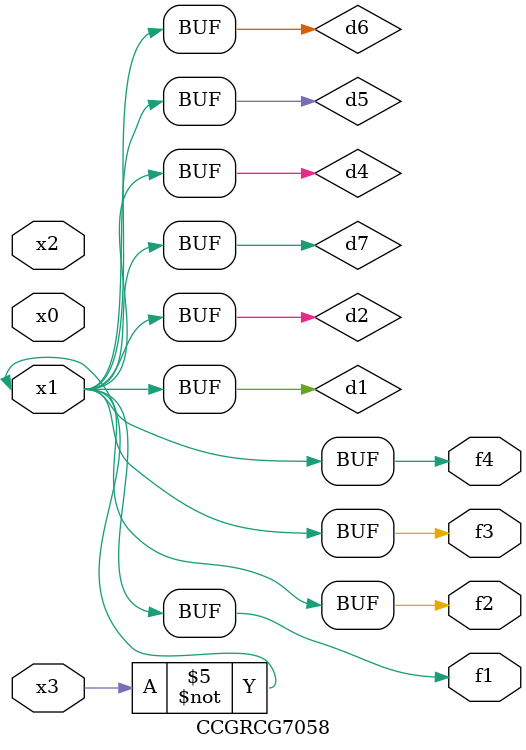
<source format=v>
module CCGRCG7058(
	input x0, x1, x2, x3,
	output f1, f2, f3, f4
);

	wire d1, d2, d3, d4, d5, d6, d7;

	not (d1, x3);
	buf (d2, x1);
	xnor (d3, d1, d2);
	nor (d4, d1);
	buf (d5, d1, d2);
	buf (d6, d4, d5);
	nand (d7, d4);
	assign f1 = d6;
	assign f2 = d7;
	assign f3 = d6;
	assign f4 = d6;
endmodule

</source>
